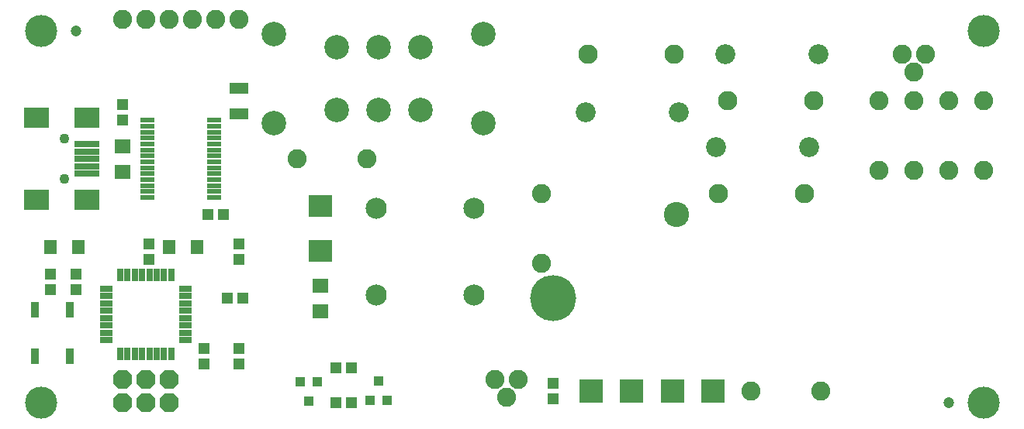
<source format=gbr>
G04 EAGLE Gerber RS-274X export*
G75*
%MOMM*%
%FSLAX34Y34*%
%LPD*%
%INSoldermask Top*%
%IPPOS*%
%AMOC8*
5,1,8,0,0,1.08239X$1,22.5*%
G01*
%ADD10R,1.203200X1.303200*%
%ADD11R,1.303200X1.203200*%
%ADD12R,2.603200X2.403200*%
%ADD13C,2.184400*%
%ADD14R,1.003200X1.103200*%
%ADD15C,3.505200*%
%ADD16C,2.108200*%
%ADD17C,2.303200*%
%ADD18C,5.029200*%
%ADD19C,2.743200*%
%ADD20R,1.803200X1.603200*%
%ADD21C,2.082800*%
%ADD22R,1.473200X0.762000*%
%ADD23R,0.762000X1.473200*%
%ADD24R,0.965200X1.727200*%
%ADD25R,1.403200X1.603200*%
%ADD26P,2.254402X8X22.500000*%
%ADD27R,1.600200X0.551200*%
%ADD28R,2.703200X0.703200*%
%ADD29R,2.703200X2.203200*%
%ADD30C,1.103200*%
%ADD31R,2.003200X1.203200*%
%ADD32C,2.678200*%
%ADD33R,2.603200X2.603200*%
%ADD34C,1.203200*%


D10*
X241300Y182000D03*
X241300Y199000D03*
D11*
X245990Y139700D03*
X228990Y139700D03*
D10*
X241300Y67700D03*
X241300Y84700D03*
D11*
X364100Y63500D03*
X347100Y63500D03*
X347100Y25400D03*
X364100Y25400D03*
D12*
X330200Y240440D03*
X330200Y191360D03*
D13*
X619600Y342900D03*
X721200Y342900D03*
X772000Y406400D03*
X873600Y406400D03*
X863600Y304800D03*
X762000Y304800D03*
D14*
X393700Y49100D03*
X403200Y28100D03*
X384200Y28100D03*
X317500Y27100D03*
X308000Y48100D03*
X327000Y48100D03*
D15*
X25400Y25400D03*
X25400Y431800D03*
X1054100Y431800D03*
X1054100Y25400D03*
D16*
X774540Y355600D03*
X868520Y355600D03*
X622140Y406400D03*
X716120Y406400D03*
X764540Y254000D03*
X858520Y254000D03*
D17*
X498000Y238000D03*
X391000Y238000D03*
X391000Y143000D03*
X498000Y143000D03*
D18*
X584200Y139700D03*
D19*
X718820Y231140D03*
D20*
X330200Y125700D03*
X330200Y153700D03*
D21*
X571500Y254000D03*
X571500Y177800D03*
X520700Y50800D03*
X533400Y31750D03*
X546100Y50800D03*
D22*
X96774Y149920D03*
X96774Y141920D03*
X96774Y133920D03*
X96774Y125920D03*
X96774Y117920D03*
X96774Y109920D03*
X96774Y101920D03*
X96774Y93920D03*
D23*
X111700Y78994D03*
X119700Y78994D03*
X127700Y78994D03*
X135700Y78994D03*
X143700Y78994D03*
X151700Y78994D03*
X159700Y78994D03*
X167700Y78994D03*
D22*
X182626Y93920D03*
X182626Y101920D03*
X182626Y109920D03*
X182626Y117920D03*
X182626Y125920D03*
X182626Y133920D03*
X182626Y141920D03*
X182626Y149920D03*
D23*
X167700Y164846D03*
X159700Y164846D03*
X151700Y164846D03*
X143700Y164846D03*
X135700Y164846D03*
X127700Y164846D03*
X119700Y164846D03*
X111700Y164846D03*
D10*
X203200Y67700D03*
X203200Y84700D03*
D24*
X19050Y76200D03*
X19050Y127000D03*
X57150Y76200D03*
X57150Y127000D03*
D25*
X195340Y195580D03*
X165340Y195580D03*
D26*
X114300Y25400D03*
X114300Y50800D03*
X139700Y25400D03*
X139700Y50800D03*
X165100Y25400D03*
X165100Y50800D03*
D10*
X63500Y165980D03*
X63500Y148980D03*
X143510Y199000D03*
X143510Y182000D03*
D27*
X141240Y249850D03*
X141240Y256350D03*
X141240Y262850D03*
X141240Y269350D03*
X141240Y275850D03*
X141240Y282350D03*
X141240Y288850D03*
X141240Y301850D03*
X141240Y295350D03*
X141240Y308350D03*
X141240Y314850D03*
X141240Y321350D03*
X141240Y327850D03*
X141240Y334350D03*
X214360Y249850D03*
X214360Y256350D03*
X214360Y262850D03*
X214360Y269350D03*
X214360Y275850D03*
X214360Y282350D03*
X214360Y288850D03*
X214360Y295350D03*
X214360Y301850D03*
X214360Y308350D03*
X214360Y314850D03*
X214360Y321350D03*
X214360Y327850D03*
X214360Y334350D03*
D28*
X75800Y292100D03*
X75800Y300100D03*
X75800Y276100D03*
X75800Y284100D03*
D29*
X20800Y247100D03*
X20800Y337100D03*
X75800Y247100D03*
X75800Y337100D03*
D28*
X75800Y308100D03*
D30*
X50800Y314100D03*
X50800Y270100D03*
D10*
X114300Y334400D03*
X114300Y351400D03*
D20*
X114300Y278100D03*
X114300Y306100D03*
D10*
X35560Y165980D03*
X35560Y148980D03*
D25*
X35800Y195580D03*
X65800Y195580D03*
D31*
X241300Y369600D03*
X241300Y341600D03*
D21*
X381000Y292100D03*
X304800Y292100D03*
X241300Y444500D03*
X215900Y444500D03*
X190500Y444500D03*
X165100Y444500D03*
X139700Y444500D03*
X114300Y444500D03*
D32*
X393700Y414280D03*
X393700Y345180D03*
X439700Y345180D03*
X347700Y345180D03*
X347700Y414280D03*
X439700Y414280D03*
X508000Y428230D03*
X279400Y428230D03*
X279400Y331230D03*
X508000Y331230D03*
D11*
X207400Y231140D03*
X224400Y231140D03*
D21*
X1016000Y279400D03*
X1016000Y355600D03*
X977900Y279400D03*
X977900Y355600D03*
X965200Y406400D03*
X977900Y387350D03*
X990600Y406400D03*
X939800Y355600D03*
X939800Y279400D03*
X1054100Y279400D03*
X1054100Y355600D03*
D33*
X669700Y38100D03*
X625700Y38100D03*
X758600Y38100D03*
X714600Y38100D03*
D21*
X800100Y38100D03*
X876300Y38100D03*
D10*
X584200Y46600D03*
X584200Y29600D03*
D34*
X63500Y431800D03*
X1016000Y25400D03*
M02*

</source>
